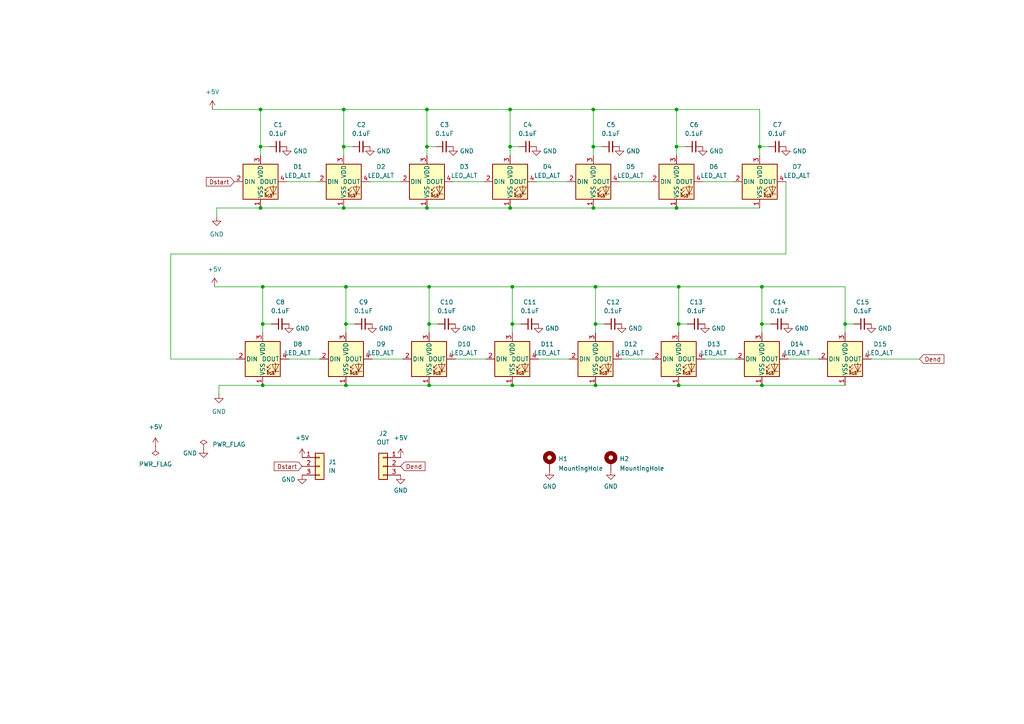
<source format=kicad_sch>
(kicad_sch (version 20211123) (generator eeschema)
  (paper "A4")
  (lib_symbols
    (symbol "Connector_Generic:Conn_01x03" (pin_names (offset 1.016) hide)
      (property "Reference" "J" (at 0 5.08 0))
      (property "Value" "Conn_01x03" (at 0 -5.08 0))
      (symbol "Conn_01x03_1_1"
        (rectangle (start -1.27 -2.413) (end 0 -2.667) (stroke (width 0.1524)))
        (rectangle (start -1.27 0.127) (end 0 -0.127) (stroke (width 0.1524)))
        (rectangle (start -1.27 2.667) (end 0 2.413) (stroke (width 0.1524)))
        (rectangle (start -1.27 3.81) (end 1.27 -3.81) (stroke (width 0.254)) (fill (type background)))
        (pin passive line (at -5.08 2.54 0) (length 3.81) (name "Pin_1") (number "1"))
        (pin passive line (at -5.08 0 0) (length 3.81) (name "Pin_2") (number "2"))
        (pin passive line (at -5.08 -2.54 0) (length 3.81) (name "Pin_3") (number "3"))
      )
    )
    (symbol "Device:C_Small" (pin_numbers hide) (pin_names (offset 0.254) hide)
      (property "Reference" "C" (at 0.254 1.778 0))
      (property "Value" "C_Small" (at 0.254 -2.032 0))
      (symbol "C_Small_0_1"
        (polyline (pts (xy -1.524 -0.508) (xy 1.524 -0.508)) (stroke (width 0.3302)))
        (polyline (pts (xy -1.524 0.508) (xy 1.524 0.508)) (stroke (width 0.3048)))
      )
      (symbol "C_Small_1_1"
        (pin passive line (at 0 2.54 270) (length 2.032) (name "~") (number "1"))
        (pin passive line (at 0 -2.54 90) (length 2.032) (name "~") (number "2"))
      )
    )
    (symbol "LED:SK6812" (pin_names (offset 0.254))
      (property "Reference" "D" (at 5.08 5.715 0))
      (property "Value" "SK6812" (at 1.27 -5.715 0))
      (symbol "SK6812_0_0"
        (text "RGB" (at 2.286 -4.191 0) (effects (font (size 0.762 0.762))))
      )
      (symbol "SK6812_0_1"
        (polyline (pts (xy 1.27 -3.556) (xy 1.778 -3.556)))
        (polyline (pts (xy 1.27 -2.54) (xy 1.778 -2.54)))
        (polyline (pts (xy 4.699 -3.556) (xy 2.667 -3.556)))
        (polyline (pts (xy 2.286 -2.54) (xy 1.27 -3.556) (xy 1.27 -3.048)))
        (polyline (pts (xy 2.286 -1.524) (xy 1.27 -2.54) (xy 1.27 -2.032)))
        (polyline (pts (xy 3.683 -1.016) (xy 3.683 -3.556) (xy 3.683 -4.064)))
        (polyline (pts (xy 4.699 -1.524) (xy 2.667 -1.524) (xy 3.683 -3.556) (xy 4.699 -1.524)))
        (rectangle (start 5.08 5.08) (end -5.08 -5.08) (stroke (width 0.254)) (fill (type background)))
      )
      (symbol "SK6812_1_1"
        (pin power_in line (at 0 -7.62 90) (length 2.54) (name "VSS") (number "1"))
        (pin input line (at -7.62 0 0) (length 2.54) (name "DIN") (number "2"))
        (pin power_in line (at 0 7.62 270) (length 2.54) (name "VDD") (number "3"))
        (pin output line (at 7.62 0 180) (length 2.54) (name "DOUT") (number "4"))
      )
    )
    (symbol "Mechanical:MountingHole_Pad" (pin_numbers hide) (pin_names (offset 1.016) hide)
      (property "Reference" "H" (at 0 6.35 0))
      (property "Value" "MountingHole_Pad" (at 0 4.445 0))
      (symbol "MountingHole_Pad_0_1"
        (circle (center 0 1.27) (radius 1.27) (stroke (width 1.27)))
      )
      (symbol "MountingHole_Pad_1_1"
        (pin input line (at 0 -2.54 90) (length 2.54) (name "1") (number "1"))
      )
    )
    (symbol "power:+5V" (power) (pin_names (offset 0))
      (property "Value" "+5V" (at 0 3.556 0))
      (symbol "+5V_0_1"
        (polyline (pts (xy -0.762 1.27) (xy 0 2.54)))
        (polyline (pts (xy 0 0) (xy 0 2.54)))
        (polyline (pts (xy 0 2.54) (xy 0.762 1.27)))
      )
      (symbol "+5V_1_1"
        (pin power_in line (at 0 0 90) (length 0) hide (name "+5V") (number "1"))
      )
    )
    (symbol "power:GND" (power) (pin_names (offset 0))
      (property "Value" "GND" (at 0 -3.81 0))
      (symbol "GND_0_1"
        (polyline (pts (xy 0 0) (xy 0 -1.27) (xy 1.27 -1.27) (xy 0 -2.54) (xy -1.27 -1.27) (xy 0 -1.27)))
      )
      (symbol "GND_1_1"
        (pin power_in line (at 0 0 270) (length 0) hide (name "GND") (number "1"))
      )
    )
    (symbol "power:PWR_FLAG" (power) (pin_numbers hide) (pin_names (offset 0) hide)
      (property "Value" "PWR_FLAG" (at 0 3.81 0))
      (symbol "PWR_FLAG_0_0"
        (pin power_out line (at 0 0 90) (length 0) (name "pwr") (number "1"))
      )
      (symbol "PWR_FLAG_0_1"
        (polyline (pts (xy 0 0) (xy 0 1.27) (xy -1.016 1.905) (xy 0 2.54) (xy 1.016 1.905) (xy 0 1.27)))
      )
    )
  )
  (junction (at 76.2 111.76))
  (junction (at 147.955 60.325))
  (junction (at 220.345 42.545))
  (junction (at 99.695 31.75))
  (junction (at 172.085 42.545))
  (junction (at 196.215 42.545))
  (junction (at 148.59 111.76))
  (junction (at 76.2 93.98))
  (junction (at 172.72 83.185))
  (junction (at 148.59 83.185))
  (junction (at 196.215 31.75))
  (junction (at 100.33 111.76))
  (junction (at 172.085 31.75))
  (junction (at 148.59 93.98))
  (junction (at 220.98 93.98))
  (junction (at 100.33 93.98))
  (junction (at 100.33 83.185))
  (junction (at 124.46 93.98))
  (junction (at 99.695 60.325))
  (junction (at 123.825 42.545))
  (junction (at 99.695 42.545))
  (junction (at 75.565 42.545))
  (junction (at 123.825 60.325))
  (junction (at 220.98 83.185))
  (junction (at 147.955 31.75))
  (junction (at 220.98 111.76))
  (junction (at 172.72 93.98))
  (junction (at 124.46 83.185))
  (junction (at 76.2 83.185))
  (junction (at 196.85 111.76))
  (junction (at 124.46 111.76))
  (junction (at 123.825 31.75))
  (junction (at 172.085 60.325))
  (junction (at 245.11 93.98))
  (junction (at 196.85 83.185))
  (junction (at 196.215 60.325))
  (junction (at 75.565 60.325))
  (junction (at 172.72 111.76))
  (junction (at 147.955 42.545))
  (junction (at 75.565 31.75))
  (junction (at 196.85 93.98))
  (wire (pts (xy 148.59 83.185) (xy 172.72 83.185)))
  (wire (pts (xy 100.33 83.185) (xy 124.46 83.185)))
  (wire (pts (xy 220.98 83.185) (xy 245.11 83.185)))
  (wire (pts (xy 123.825 42.545) (xy 123.825 45.085)))
  (wire (pts (xy 196.215 60.325) (xy 220.345 60.325)))
  (wire (pts (xy 156.21 104.14) (xy 165.1 104.14)))
  (wire (pts (xy 132.08 104.14) (xy 140.97 104.14)))
  (wire (pts (xy 196.85 83.185) (xy 220.98 83.185)))
  (wire (pts (xy 196.85 111.76) (xy 220.98 111.76)))
  (wire (pts (xy 99.695 31.75) (xy 99.695 42.545)))
  (wire (pts (xy 75.565 31.75) (xy 99.695 31.75)))
  (wire (pts (xy 220.98 93.98) (xy 223.52 93.98)))
  (wire (pts (xy 124.46 93.98) (xy 124.46 96.52)))
  (wire (pts (xy 148.59 83.185) (xy 148.59 93.98)))
  (wire (pts (xy 155.575 52.705) (xy 164.465 52.705)))
  (wire (pts (xy 75.565 31.75) (xy 75.565 42.545)))
  (wire (pts (xy 220.345 31.75) (xy 220.345 42.545)))
  (wire (pts (xy 196.215 31.75) (xy 196.215 42.545)))
  (wire (pts (xy 172.72 83.185) (xy 172.72 93.98)))
  (wire (pts (xy 196.85 83.185) (xy 196.85 93.98)))
  (wire (pts (xy 62.865 60.325) (xy 75.565 60.325)))
  (wire (pts (xy 172.085 42.545) (xy 172.085 45.085)))
  (wire (pts (xy 203.835 52.705) (xy 212.725 52.705)))
  (wire (pts (xy 75.565 42.545) (xy 75.565 45.085)))
  (wire (pts (xy 227.965 73.66) (xy 49.53 73.66)))
  (wire (pts (xy 172.085 42.545) (xy 174.625 42.545)))
  (wire (pts (xy 99.695 42.545) (xy 102.235 42.545)))
  (wire (pts (xy 99.695 31.75) (xy 123.825 31.75)))
  (wire (pts (xy 123.825 42.545) (xy 126.365 42.545)))
  (wire (pts (xy 76.2 83.185) (xy 76.2 93.98)))
  (wire (pts (xy 148.59 93.98) (xy 151.13 93.98)))
  (wire (pts (xy 227.965 52.705) (xy 227.965 73.66)))
  (wire (pts (xy 228.6 104.14) (xy 237.49 104.14)))
  (wire (pts (xy 252.73 104.14) (xy 266.7 104.14)))
  (wire (pts (xy 100.33 93.98) (xy 100.33 96.52)))
  (wire (pts (xy 172.085 31.75) (xy 172.085 42.545)))
  (wire (pts (xy 62.865 62.865) (xy 62.865 60.325)))
  (wire (pts (xy 99.695 60.325) (xy 123.825 60.325)))
  (wire (pts (xy 148.59 93.98) (xy 148.59 96.52)))
  (wire (pts (xy 147.955 42.545) (xy 147.955 45.085)))
  (wire (pts (xy 220.98 111.76) (xy 245.11 111.76)))
  (wire (pts (xy 76.2 111.76) (xy 100.33 111.76)))
  (wire (pts (xy 124.46 83.185) (xy 124.46 93.98)))
  (wire (pts (xy 63.5 111.76) (xy 76.2 111.76)))
  (wire (pts (xy 147.955 42.545) (xy 150.495 42.545)))
  (wire (pts (xy 76.2 93.98) (xy 76.2 96.52)))
  (wire (pts (xy 147.955 31.75) (xy 147.955 42.545)))
  (wire (pts (xy 220.345 42.545) (xy 220.345 45.085)))
  (wire (pts (xy 123.825 60.325) (xy 147.955 60.325)))
  (wire (pts (xy 196.215 31.75) (xy 220.345 31.75)))
  (wire (pts (xy 49.53 73.66) (xy 49.53 104.14)))
  (wire (pts (xy 49.53 104.14) (xy 68.58 104.14)))
  (wire (pts (xy 172.72 93.98) (xy 175.26 93.98)))
  (wire (pts (xy 179.705 52.705) (xy 188.595 52.705)))
  (wire (pts (xy 147.955 31.75) (xy 172.085 31.75)))
  (wire (pts (xy 172.085 31.75) (xy 196.215 31.75)))
  (wire (pts (xy 99.695 42.545) (xy 99.695 45.085)))
  (wire (pts (xy 196.85 93.98) (xy 199.39 93.98)))
  (wire (pts (xy 100.33 83.185) (xy 100.33 93.98)))
  (wire (pts (xy 63.5 114.3) (xy 63.5 111.76)))
  (wire (pts (xy 100.33 111.76) (xy 124.46 111.76)))
  (wire (pts (xy 75.565 42.545) (xy 78.105 42.545)))
  (wire (pts (xy 220.98 93.98) (xy 220.98 96.52)))
  (wire (pts (xy 196.215 42.545) (xy 198.755 42.545)))
  (wire (pts (xy 62.23 83.185) (xy 76.2 83.185)))
  (wire (pts (xy 123.825 31.75) (xy 123.825 42.545)))
  (wire (pts (xy 204.47 104.14) (xy 213.36 104.14)))
  (wire (pts (xy 180.34 104.14) (xy 189.23 104.14)))
  (wire (pts (xy 75.565 60.325) (xy 99.695 60.325)))
  (wire (pts (xy 147.955 60.325) (xy 172.085 60.325)))
  (wire (pts (xy 172.72 111.76) (xy 196.85 111.76)))
  (wire (pts (xy 76.2 93.98) (xy 78.74 93.98)))
  (wire (pts (xy 220.345 42.545) (xy 222.885 42.545)))
  (wire (pts (xy 245.11 93.98) (xy 247.65 93.98)))
  (wire (pts (xy 124.46 83.185) (xy 148.59 83.185)))
  (wire (pts (xy 196.85 93.98) (xy 196.85 96.52)))
  (wire (pts (xy 61.595 31.75) (xy 75.565 31.75)))
  (wire (pts (xy 172.085 60.325) (xy 196.215 60.325)))
  (wire (pts (xy 245.11 83.185) (xy 245.11 93.98)))
  (wire (pts (xy 172.72 83.185) (xy 196.85 83.185)))
  (wire (pts (xy 245.11 93.98) (xy 245.11 96.52)))
  (wire (pts (xy 107.95 104.14) (xy 116.84 104.14)))
  (wire (pts (xy 124.46 93.98) (xy 127 93.98)))
  (wire (pts (xy 196.215 42.545) (xy 196.215 45.085)))
  (wire (pts (xy 83.185 52.705) (xy 92.075 52.705)))
  (wire (pts (xy 220.98 83.185) (xy 220.98 93.98)))
  (wire (pts (xy 83.82 104.14) (xy 92.71 104.14)))
  (wire (pts (xy 172.72 93.98) (xy 172.72 96.52)))
  (wire (pts (xy 124.46 111.76) (xy 148.59 111.76)))
  (wire (pts (xy 131.445 52.705) (xy 140.335 52.705)))
  (wire (pts (xy 100.33 93.98) (xy 102.87 93.98)))
  (wire (pts (xy 148.59 111.76) (xy 172.72 111.76)))
  (wire (pts (xy 76.2 83.185) (xy 100.33 83.185)))
  (wire (pts (xy 123.825 31.75) (xy 147.955 31.75)))
  (wire (pts (xy 107.315 52.705) (xy 116.205 52.705)))
  (global_label "Dstart" (shape input) (at 67.945 52.705 180) (property "Intersheet References" "${INTERSHEET_REFS}" (effects hide)))
  (global_label "Dend" (shape input) (at 116.205 135.255 0) (property "Intersheet References" "${INTERSHEET_REFS}" (effects hide)))
  (global_label "Dend" (shape input) (at 266.7 104.14 0) (property "Intersheet References" "${INTERSHEET_REFS}" (effects hide)))
  (global_label "Dstart" (shape input) (at 87.63 135.255 180) (property "Intersheet References" "${INTERSHEET_REFS}" (effects hide)))
  (symbol (lib_id "LED:SK6812") (at 148.59 104.14 0) (unit 1)
    (property "Reference" "D11" (at 158.75 99.8093 0))
    (property "Value" "LED_ALT" (at 158.75 102.3493 0))
    (property "Footprint" "Daylight:XL-3528RGBW-WS2812B" (effects hide))
    (property "Datasheet" "https://cdn-shop.adafruit.com/product-files/1138/SK6812+LED+datasheet+.pdf" (effects hide))
    (property "LCSC" "C2890364" (effects hide))
  )
  (symbol (lib_id "Connector_Generic:Conn_01x03") (at 111.125 135.255 0) (mirror y) (unit 1)
    (property "Reference" "J2" (at 111.125 125.73 0))
    (property "Value" "OUT" (at 111.125 128.27 0))
    (property "Footprint" "Connector_JST:JST_XH_S3B-XH-A_1x03_P2.50mm_Horizontal" (effects hide))
  )
  (symbol (lib_id "power:+5V") (at 87.63 132.715 0) (unit 1)
    (property "Reference" "#PWR022" (effects hide))
    (property "Value" "+5V" (at 87.63 127 0))
  )
  (symbol (lib_id "Device:C_Small") (at 153.035 42.545 90) (unit 1)
    (property "Reference" "C4" (at 153.0413 36.195 90))
    (property "Value" "0.1uF" (at 153.0413 38.735 90))
    (property "Footprint" "Daylight:C_0805_2012Metric_Pad1.18x1.45mm_HandSolder_V3Dspec" (effects hide))
    (property "LCSC" "C28233" (effects hide))
  )
  (symbol (lib_id "power:GND") (at 228.6 93.98 0) (unit 1)
    (property "Reference" "#PWR017" (effects hide))
    (property "Value" "GND" (at 230.505 95.2499 0) (effects (justify left)))
  )
  (symbol (lib_id "power:GND") (at 62.865 62.865 0) (unit 1)
    (property "Reference" "#PWR09" (effects hide))
    (property "Value" "GND" (at 62.865 67.945 0))
  )
  (symbol (lib_id "power:GND") (at 204.47 93.98 0) (unit 1)
    (property "Reference" "#PWR016" (effects hide))
    (property "Value" "GND" (at 206.375 95.2499 0) (effects (justify left)))
  )
  (symbol (lib_id "power:GND") (at 116.205 137.795 0) (unit 1)
    (property "Reference" "#PWR027" (effects hide))
    (property "Value" "GND" (at 116.205 142.24 0))
  )
  (symbol (lib_id "power:GND") (at 107.315 42.545 0) (unit 1)
    (property "Reference" "#PWR03" (effects hide))
    (property "Value" "GND" (at 109.22 43.8149 0) (effects (justify left)))
  )
  (symbol (lib_id "LED:SK6812") (at 245.11 104.14 0) (unit 1)
    (property "Reference" "D15" (at 255.27 99.8093 0))
    (property "Value" "LED_ALT" (at 255.27 102.3493 0))
    (property "Footprint" "Daylight:XL-3528RGBW-WS2812B" (effects hide))
    (property "Datasheet" "https://cdn-shop.adafruit.com/product-files/1138/SK6812+LED+datasheet+.pdf" (effects hide))
    (property "LCSC" "C2890364" (effects hide))
  )
  (symbol (lib_id "power:GND") (at 155.575 42.545 0) (unit 1)
    (property "Reference" "#PWR05" (effects hide))
    (property "Value" "GND" (at 157.48 43.8149 0) (effects (justify left)))
  )
  (symbol (lib_id "power:GND") (at 83.185 42.545 0) (unit 1)
    (property "Reference" "#PWR02" (effects hide))
    (property "Value" "GND" (at 85.09 43.8149 0) (effects (justify left)))
  )
  (symbol (lib_id "power:+5V") (at 62.23 83.185 0) (unit 1)
    (property "Reference" "#PWR010" (effects hide))
    (property "Value" "+5V" (at 62.23 78.105 0))
  )
  (symbol (lib_id "LED:SK6812") (at 123.825 52.705 0) (unit 1)
    (property "Reference" "D3" (at 134.62 48.3743 0))
    (property "Value" "LED_ALT" (at 134.62 50.9143 0))
    (property "Footprint" "Daylight:XL-3528RGBW-WS2812B" (effects hide))
    (property "Datasheet" "https://cdn-shop.adafruit.com/product-files/1138/SK6812+LED+datasheet+.pdf" (effects hide))
    (property "LCSC" "C2890364" (effects hide))
  )
  (symbol (lib_id "Device:C_Small") (at 153.67 93.98 90) (unit 1)
    (property "Reference" "C11" (at 153.6763 87.63 90))
    (property "Value" "0.1uF" (at 153.6763 90.17 90))
    (property "Footprint" "Daylight:C_0805_2012Metric_Pad1.18x1.45mm_HandSolder_V3Dspec" (effects hide))
    (property "LCSC" "C28233" (effects hide))
  )
  (symbol (lib_id "power:GND") (at 159.385 136.525 0) (unit 1)
    (property "Reference" "#PWR024" (effects hide))
    (property "Value" "GND" (at 159.385 141.0874 0))
  )
  (symbol (lib_id "Device:C_Small") (at 128.905 42.545 90) (unit 1)
    (property "Reference" "C3" (at 128.9113 36.195 90))
    (property "Value" "0.1uF" (at 128.9113 38.735 90))
    (property "Footprint" "Daylight:C_0805_2012Metric_Pad1.18x1.45mm_HandSolder_V3Dspec" (effects hide))
    (property "LCSC" "C28233" (effects hide))
  )
  (symbol (lib_id "LED:SK6812") (at 99.695 52.705 0) (unit 1)
    (property "Reference" "D2" (at 110.49 48.3743 0))
    (property "Value" "LED_ALT" (at 110.49 50.9143 0))
    (property "Footprint" "Daylight:XL-3528RGBW-WS2812B" (effects hide))
    (property "Datasheet" "https://cdn-shop.adafruit.com/product-files/1138/SK6812+LED+datasheet+.pdf" (effects hide))
    (property "LCSC" "C2890364" (effects hide))
  )
  (symbol (lib_id "power:+5V") (at 45.085 129.54 0) (unit 1)
    (property "Reference" "#PWR020" (effects hide))
    (property "Value" "+5V" (at 45.085 123.825 0))
  )
  (symbol (lib_id "Device:C_Small") (at 250.19 93.98 90) (unit 1)
    (property "Reference" "C15" (at 250.1963 87.63 90))
    (property "Value" "0.1uF" (at 250.1963 90.17 90))
    (property "Footprint" "Daylight:C_0805_2012Metric_Pad1.18x1.45mm_HandSolder_V3Dspec" (effects hide))
    (property "LCSC" "C28233" (effects hide))
  )
  (symbol (lib_id "power:GND") (at 87.63 137.795 0) (unit 1)
    (property "Reference" "#PWR026" (effects hide))
    (property "Value" "GND" (at 85.725 139.0649 0) (effects (justify right)))
  )
  (symbol (lib_id "Mechanical:MountingHole_Pad") (at 177.165 133.985 0) (unit 1) (in_bom no)
    (property "Reference" "H2" (at 179.705 133.0765 0) (effects (justify left)))
    (property "Value" "MountingHole" (at 179.705 135.8516 0) (effects (justify left)))
    (property "Footprint" "MountingHole:MountingHole_3.2mm_M3_Pad_Via" (effects hide))
  )
  (symbol (lib_id "power:+5V") (at 116.205 132.715 0) (unit 1)
    (property "Reference" "#PWR023" (effects hide))
    (property "Value" "+5V" (at 116.205 127 0))
  )
  (symbol (lib_id "Device:C_Small") (at 177.165 42.545 90) (unit 1)
    (property "Reference" "C5" (at 177.1713 36.195 90))
    (property "Value" "0.1uF" (at 177.1713 38.735 90))
    (property "Footprint" "Daylight:C_0805_2012Metric_Pad1.18x1.45mm_HandSolder_V3Dspec" (effects hide))
    (property "LCSC" "C28233" (effects hide))
  )
  (symbol (lib_id "power:GND") (at 177.165 136.525 0) (unit 1)
    (property "Reference" "#PWR025" (effects hide))
    (property "Value" "GND" (at 177.165 141.0874 0))
  )
  (symbol (lib_id "LED:SK6812") (at 75.565 52.705 0) (unit 1)
    (property "Reference" "D1" (at 86.36 48.3743 0))
    (property "Value" "LED_ALT" (at 86.36 50.9143 0))
    (property "Footprint" "Daylight:XL-3528RGBW-WS2812B" (effects hide))
    (property "Datasheet" "https://cdn-shop.adafruit.com/product-files/1138/SK6812+LED+datasheet+.pdf" (effects hide))
    (property "LCSC" "C2890364" (effects hide))
  )
  (symbol (lib_id "LED:SK6812") (at 147.955 52.705 0) (unit 1)
    (property "Reference" "D4" (at 158.75 48.3743 0))
    (property "Value" "LED_ALT" (at 158.75 50.9143 0))
    (property "Footprint" "Daylight:XL-3528RGBW-WS2812B" (effects hide))
    (property "Datasheet" "https://cdn-shop.adafruit.com/product-files/1138/SK6812+LED+datasheet+.pdf" (effects hide))
    (property "LCSC" "C2890364" (effects hide))
  )
  (symbol (lib_id "power:GND") (at 180.34 93.98 0) (unit 1)
    (property "Reference" "#PWR015" (effects hide))
    (property "Value" "GND" (at 182.245 95.2499 0) (effects (justify left)))
  )
  (symbol (lib_id "Device:C_Small") (at 226.06 93.98 90) (unit 1)
    (property "Reference" "C14" (at 226.0663 87.63 90))
    (property "Value" "0.1uF" (at 226.0663 90.17 90))
    (property "Footprint" "Daylight:C_0805_2012Metric_Pad1.18x1.45mm_HandSolder_V3Dspec" (effects hide))
    (property "LCSC" "C28233" (effects hide))
  )
  (symbol (lib_id "LED:SK6812") (at 172.72 104.14 0) (unit 1)
    (property "Reference" "D12" (at 182.88 99.8093 0))
    (property "Value" "LED_ALT" (at 182.88 102.3493 0))
    (property "Footprint" "Daylight:XL-3528RGBW-WS2812B" (effects hide))
    (property "Datasheet" "https://cdn-shop.adafruit.com/product-files/1138/SK6812+LED+datasheet+.pdf" (effects hide))
    (property "LCSC" "C2890364" (effects hide))
  )
  (symbol (lib_id "power:PWR_FLAG") (at 45.085 129.54 180) (unit 1)
    (property "Reference" "#FLG01" (effects hide))
    (property "Value" "PWR_FLAG" (at 45.085 134.62 0))
  )
  (symbol (lib_id "Device:C_Small") (at 80.645 42.545 90) (unit 1)
    (property "Reference" "C1" (at 80.6513 36.195 90))
    (property "Value" "0.1uF" (at 80.6513 38.735 90))
    (property "Footprint" "Daylight:C_0805_2012Metric_Pad1.18x1.45mm_HandSolder_V3Dspec" (effects hide))
    (property "LCSC" "C28233" (effects hide))
  )
  (symbol (lib_id "power:GND") (at 63.5 114.3 0) (unit 1)
    (property "Reference" "#PWR019" (effects hide))
    (property "Value" "GND" (at 63.5 119.38 0))
  )
  (symbol (lib_id "Device:C_Small") (at 201.295 42.545 90) (unit 1)
    (property "Reference" "C6" (at 201.3013 36.195 90))
    (property "Value" "0.1uF" (at 201.3013 38.735 90))
    (property "Footprint" "Daylight:C_0805_2012Metric_Pad1.18x1.45mm_HandSolder_V3Dspec" (effects hide))
    (property "LCSC" "C28233" (effects hide))
  )
  (symbol (lib_id "Device:C_Small") (at 105.41 93.98 90) (unit 1)
    (property "Reference" "C9" (at 105.4163 87.63 90))
    (property "Value" "0.1uF" (at 105.4163 90.17 90))
    (property "Footprint" "Daylight:C_0805_2012Metric_Pad1.18x1.45mm_HandSolder_V3Dspec" (effects hide))
    (property "LCSC" "C28233" (effects hide))
  )
  (symbol (lib_id "power:GND") (at 132.08 93.98 0) (unit 1)
    (property "Reference" "#PWR013" (effects hide))
    (property "Value" "GND" (at 133.985 95.2499 0) (effects (justify left)))
  )
  (symbol (lib_id "LED:SK6812") (at 196.215 52.705 0) (unit 1)
    (property "Reference" "D6" (at 207.01 48.3743 0))
    (property "Value" "LED_ALT" (at 207.01 50.9143 0))
    (property "Footprint" "Daylight:XL-3528RGBW-WS2812B" (effects hide))
    (property "Datasheet" "https://cdn-shop.adafruit.com/product-files/1138/SK6812+LED+datasheet+.pdf" (effects hide))
    (property "LCSC" "C2890364" (effects hide))
  )
  (symbol (lib_id "power:GND") (at 107.95 93.98 0) (unit 1)
    (property "Reference" "#PWR012" (effects hide))
    (property "Value" "GND" (at 109.855 95.2499 0) (effects (justify left)))
  )
  (symbol (lib_id "LED:SK6812") (at 172.085 52.705 0) (unit 1)
    (property "Reference" "D5" (at 182.88 48.3743 0))
    (property "Value" "LED_ALT" (at 182.88 50.9143 0))
    (property "Footprint" "Daylight:XL-3528RGBW-WS2812B" (effects hide))
    (property "Datasheet" "https://cdn-shop.adafruit.com/product-files/1138/SK6812+LED+datasheet+.pdf" (effects hide))
    (property "LCSC" "C2890364" (effects hide))
  )
  (symbol (lib_id "power:GND") (at 252.73 93.98 0) (unit 1)
    (property "Reference" "#PWR018" (effects hide))
    (property "Value" "GND" (at 254.635 95.2499 0) (effects (justify left)))
  )
  (symbol (lib_id "LED:SK6812") (at 124.46 104.14 0) (unit 1)
    (property "Reference" "D10" (at 134.62 99.8093 0))
    (property "Value" "LED_ALT" (at 134.62 102.3493 0))
    (property "Footprint" "Daylight:XL-3528RGBW-WS2812B" (effects hide))
    (property "Datasheet" "https://cdn-shop.adafruit.com/product-files/1138/SK6812+LED+datasheet+.pdf" (effects hide))
    (property "LCSC" "C2890364" (effects hide))
  )
  (symbol (lib_id "Device:C_Small") (at 177.8 93.98 90) (unit 1)
    (property "Reference" "C12" (at 177.8063 87.63 90))
    (property "Value" "0.1uF" (at 177.8063 90.17 90))
    (property "Footprint" "Daylight:C_0805_2012Metric_Pad1.18x1.45mm_HandSolder_V3Dspec" (effects hide))
    (property "LCSC" "C28233" (effects hide))
  )
  (symbol (lib_id "LED:SK6812") (at 76.2 104.14 0) (unit 1)
    (property "Reference" "D8" (at 86.36 99.8093 0))
    (property "Value" "LED_ALT" (at 86.36 102.3493 0))
    (property "Footprint" "Daylight:XL-3528RGBW-WS2812B" (effects hide))
    (property "Datasheet" "https://cdn-shop.adafruit.com/product-files/1138/SK6812+LED+datasheet+.pdf" (effects hide))
    (property "LCSC" "C2890364" (effects hide))
  )
  (symbol (lib_id "Device:C_Small") (at 201.93 93.98 90) (unit 1)
    (property "Reference" "C13" (at 201.9363 87.63 90))
    (property "Value" "0.1uF" (at 201.9363 90.17 90))
    (property "Footprint" "Daylight:C_0805_2012Metric_Pad1.18x1.45mm_HandSolder_V3Dspec" (effects hide))
    (property "LCSC" "C28233" (effects hide))
  )
  (symbol (lib_id "LED:SK6812") (at 196.85 104.14 0) (unit 1)
    (property "Reference" "D13" (at 207.01 99.8093 0))
    (property "Value" "LED_ALT" (at 207.01 102.3493 0))
    (property "Footprint" "Daylight:XL-3528RGBW-WS2812B" (effects hide))
    (property "Datasheet" "https://cdn-shop.adafruit.com/product-files/1138/SK6812+LED+datasheet+.pdf" (effects hide))
    (property "LCSC" "C2890364" (effects hide))
  )
  (symbol (lib_id "Device:C_Small") (at 104.775 42.545 90) (unit 1)
    (property "Reference" "C2" (at 104.7813 36.195 90))
    (property "Value" "0.1uF" (at 104.7813 38.735 90))
    (property "Footprint" "Daylight:C_0805_2012Metric_Pad1.18x1.45mm_HandSolder_V3Dspec" (effects hide))
    (property "LCSC" "C28233" (effects hide))
  )
  (symbol (lib_id "power:PWR_FLAG") (at 59.055 130.175 0) (unit 1)
    (property "Reference" "#FLG02" (effects hide))
    (property "Value" "PWR_FLAG" (at 61.595 128.9049 0) (effects (justify left)))
  )
  (symbol (lib_id "power:GND") (at 59.055 130.175 0) (unit 1)
    (property "Reference" "#PWR021" (effects hide))
    (property "Value" "GND" (at 57.15 131.4449 0) (effects (justify right)))
  )
  (symbol (lib_id "Connector_Generic:Conn_01x03") (at 92.71 135.255 0) (unit 1)
    (property "Reference" "J1" (at 95.25 133.9849 0) (effects (justify left)))
    (property "Value" "IN" (at 95.25 136.5249 0) (effects (justify left)))
    (property "Footprint" "Connector_JST:JST_XH_S3B-XH-A_1x03_P2.50mm_Horizontal" (effects hide))
  )
  (symbol (lib_id "power:GND") (at 179.705 42.545 0) (unit 1)
    (property "Reference" "#PWR06" (effects hide))
    (property "Value" "GND" (at 181.61 43.8149 0) (effects (justify left)))
  )
  (symbol (lib_id "Mechanical:MountingHole_Pad") (at 159.385 133.985 0) (unit 1) (in_bom no)
    (property "Reference" "H1" (at 161.925 133.0765 0) (effects (justify left)))
    (property "Value" "MountingHole" (at 161.925 135.8516 0) (effects (justify left)))
    (property "Footprint" "MountingHole:MountingHole_3.2mm_M3_Pad_Via" (effects hide))
  )
  (symbol (lib_id "Device:C_Small") (at 129.54 93.98 90) (unit 1)
    (property "Reference" "C10" (at 129.5463 87.63 90))
    (property "Value" "0.1uF" (at 129.5463 90.17 90))
    (property "Footprint" "Daylight:C_0805_2012Metric_Pad1.18x1.45mm_HandSolder_V3Dspec" (effects hide))
    (property "LCSC" "C28233" (effects hide))
  )
  (symbol (lib_id "power:GND") (at 203.835 42.545 0) (unit 1)
    (property "Reference" "#PWR07" (effects hide))
    (property "Value" "GND" (at 205.74 43.8149 0) (effects (justify left)))
  )
  (symbol (lib_id "power:GND") (at 131.445 42.545 0) (unit 1)
    (property "Reference" "#PWR04" (effects hide))
    (property "Value" "GND" (at 133.35 43.8149 0) (effects (justify left)))
  )
  (symbol (lib_id "power:GND") (at 227.965 42.545 0) (unit 1)
    (property "Reference" "#PWR08" (effects hide))
    (property "Value" "GND" (at 229.87 43.8149 0) (effects (justify left)))
  )
  (symbol (lib_id "LED:SK6812") (at 220.98 104.14 0) (unit 1)
    (property "Reference" "D14" (at 231.14 99.8093 0))
    (property "Value" "LED_ALT" (at 231.14 102.3493 0))
    (property "Footprint" "Daylight:XL-3528RGBW-WS2812B" (effects hide))
    (property "Datasheet" "https://cdn-shop.adafruit.com/product-files/1138/SK6812+LED+datasheet+.pdf" (effects hide))
    (property "LCSC" "C2890364" (effects hide))
  )
  (symbol (lib_id "LED:SK6812") (at 100.33 104.14 0) (unit 1)
    (property "Reference" "D9" (at 110.49 99.8093 0))
    (property "Value" "LED_ALT" (at 110.49 102.3493 0))
    (property "Footprint" "Daylight:XL-3528RGBW-WS2812B" (effects hide))
    (property "Datasheet" "https://cdn-shop.adafruit.com/product-files/1138/SK6812+LED+datasheet+.pdf" (effects hide))
    (property "LCSC" "C2890364" (effects hide))
  )
  (symbol (lib_id "Device:C_Small") (at 225.425 42.545 90) (unit 1)
    (property "Reference" "C7" (at 225.4313 36.195 90))
    (property "Value" "0.1uF" (at 225.4313 38.735 90))
    (property "Footprint" "Daylight:C_0805_2012Metric_Pad1.18x1.45mm_HandSolder_V3Dspec" (effects hide))
    (property "LCSC" "C28233" (effects hide))
  )
  (symbol (lib_id "LED:SK6812") (at 220.345 52.705 0) (unit 1)
    (property "Reference" "D7" (at 231.14 48.3743 0))
    (property "Value" "LED_ALT" (at 231.14 50.9143 0))
    (property "Footprint" "Daylight:XL-3528RGBW-WS2812B" (effects hide))
    (property "Datasheet" "https://cdn-shop.adafruit.com/product-files/1138/SK6812+LED+datasheet+.pdf" (effects hide))
    (property "LCSC" "C2890364" (effects hide))
  )
  (symbol (lib_id "power:+5V") (at 61.595 31.75 0) (unit 1)
    (property "Reference" "#PWR01" (effects hide))
    (property "Value" "+5V" (at 61.595 26.67 0))
  )
  (symbol (lib_id "power:GND") (at 83.82 93.98 0) (unit 1)
    (property "Reference" "#PWR011" (effects hide))
    (property "Value" "GND" (at 85.725 95.2499 0) (effects (justify left)))
  )
  (symbol (lib_id "power:GND") (at 156.21 93.98 0) (unit 1)
    (property "Reference" "#PWR014" (effects hide))
    (property "Value" "GND" (at 158.115 95.2499 0) (effects (justify left)))
  )
  (symbol (lib_id "Device:C_Small") (at 81.28 93.98 90) (unit 1)
    (property "Reference" "C8" (at 81.2863 87.63 90))
    (property "Value" "0.1uF" (at 81.2863 90.17 90))
    (property "Footprint" "Daylight:C_0805_2012Metric_Pad1.18x1.45mm_HandSolder_V3Dspec" (effects hide))
    (property "LCSC" "C28233" (effects hide))
  )
)
</source>
